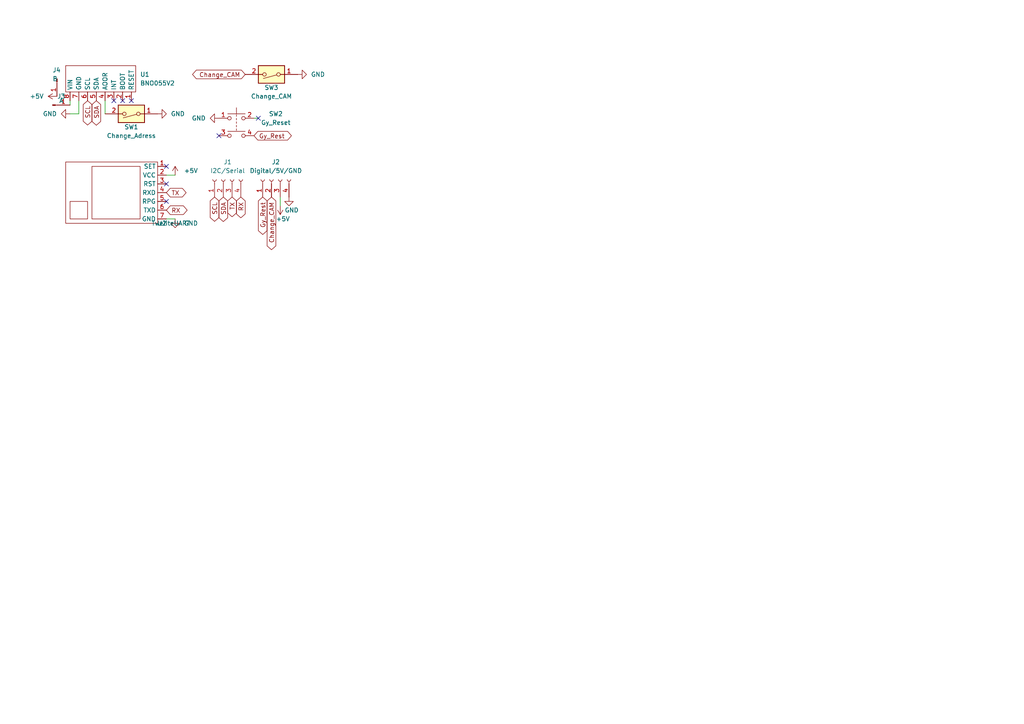
<source format=kicad_sch>
(kicad_sch (version 20211123) (generator eeschema)
  (paper "A4")
  (lib_symbols
    (symbol "BNO055:BNO055V2"
      (property "Reference" "U" (at 0 0 0))
      (property "Value" "BNO055V2" (at 0 0 0))
      (symbol "BNO055V2_0_1"
        (rectangle (start -10.16 -7.62) (end 10.16 -15.24))
      )
      (symbol "BNO055V2_1_1"
        (pin input line (at -8.89 -5.08 270) (length 2.54) (name "RESET") (number "1"))
        (pin input line (at -6.35 -5.08 270) (length 2.54) (name "BOOT") (number "2"))
        (pin input line (at -3.81 -5.08 270) (length 2.54) (name "INT") (number "3"))
        (pin input line (at -1.27 -5.08 270) (length 2.54) (name "AOOR") (number "4"))
        (pin input line (at 1.27 -5.08 270) (length 2.54) (name "SDA") (number "5"))
        (pin input line (at 3.81 -5.08 270) (length 2.54) (name "SCL") (number "6"))
        (pin input line (at 6.35 -5.08 270) (length 2.54) (name "GND") (number "7"))
        (pin input line (at 8.89 -5.08 270) (length 2.54) (name "VIN") (number "8"))
      )
    )
    (symbol "Connector:Conn_01x01_Male" (pin_names (offset 1.016) hide)
      (property "Reference" "J" (at 0 2.54 0))
      (property "Value" "Conn_01x01_Male" (at 0 -2.54 0))
      (symbol "Conn_01x01_Male_1_1"
        (polyline (pts (xy 1.27 0) (xy 0.8636 0)) (stroke (width 0.1524)))
        (rectangle (start 0.8636 0.127) (end 0 -0.127) (stroke (width 0.1524)) (fill (type outline)))
        (pin passive line (at 5.08 0 180) (length 3.81) (name "Pin_1") (number "1"))
      )
    )
    (symbol "Connector:Conn_01x04_Female" (pin_names (offset 1.016) hide)
      (property "Reference" "J" (at 0 5.08 0))
      (property "Value" "Conn_01x04_Female" (at 0 -7.62 0))
      (symbol "Conn_01x04_Female_1_1"
        (arc (start 0 -4.572) (mid -0.508 -5.08) (end 0 -5.588) (stroke (width 0.1524)))
        (arc (start 0 -2.032) (mid -0.508 -2.54) (end 0 -3.048) (stroke (width 0.1524)))
        (polyline (pts (xy -1.27 -5.08) (xy -0.508 -5.08)) (stroke (width 0.1524)))
        (polyline (pts (xy -1.27 -2.54) (xy -0.508 -2.54)) (stroke (width 0.1524)))
        (polyline (pts (xy -1.27 0) (xy -0.508 0)) (stroke (width 0.1524)))
        (polyline (pts (xy -1.27 2.54) (xy -0.508 2.54)) (stroke (width 0.1524)))
        (arc (start 0 0.508) (mid -0.508 0) (end 0 -0.508) (stroke (width 0.1524)))
        (arc (start 0 3.048) (mid -0.508 2.54) (end 0 2.032) (stroke (width 0.1524)))
        (pin passive line (at -5.08 2.54 0) (length 3.81) (name "Pin_1") (number "1"))
        (pin passive line (at -5.08 0 0) (length 3.81) (name "Pin_2") (number "2"))
        (pin passive line (at -5.08 -2.54 0) (length 3.81) (name "Pin_3") (number "3"))
        (pin passive line (at -5.08 -5.08 0) (length 3.81) (name "Pin_4") (number "4"))
      )
    )
    (symbol "Switch:SW_DIP_x01" (pin_names (offset 0) hide)
      (property "Reference" "SW" (at 0 3.81 0))
      (property "Value" "SW_DIP_x01" (at 0 -3.81 0))
      (symbol "SW_DIP_x01_0_0"
        (circle (center -2.032 0) (radius 0.508))
        (polyline (pts (xy -1.524 0.127) (xy 2.3622 1.1684)))
        (circle (center 2.032 0) (radius 0.508))
      )
      (symbol "SW_DIP_x01_0_1"
        (rectangle (start -3.81 2.54) (end 3.81 -2.54) (stroke (width 0.254)) (fill (type background)))
      )
      (symbol "SW_DIP_x01_1_1"
        (pin passive line (at -7.62 0 0) (length 5.08) (name "~") (number "1"))
        (pin passive line (at 7.62 0 180) (length 5.08) (name "~") (number "2"))
      )
    )
    (symbol "Switch:SW_Push_Dual" (pin_names (offset 1.016) hide)
      (property "Reference" "SW" (at 1.27 2.54 0))
      (property "Value" "SW_Push_Dual" (at 0 -6.858 0))
      (symbol "SW_Push_Dual_0_1"
        (circle (center -2.032 -5.08) (radius 0.508))
        (circle (center -2.032 0) (radius 0.508))
        (polyline (pts (xy 0 -3.048) (xy 0 -3.556)))
        (polyline (pts (xy 0 -2.032) (xy 0 -2.54)))
        (polyline (pts (xy 0 -1.524) (xy 0 -1.016)))
        (polyline (pts (xy 0 -0.508) (xy 0 0)))
        (polyline (pts (xy 0 0.508) (xy 0 1.016)))
        (polyline (pts (xy 0 1.27) (xy 0 3.048)))
        (polyline (pts (xy 2.54 -3.81) (xy -2.54 -3.81)))
        (polyline (pts (xy 2.54 1.27) (xy -2.54 1.27)))
        (circle (center 2.032 -5.08) (radius 0.508))
        (circle (center 2.032 0) (radius 0.508))
        (pin passive line (at -5.08 0 0) (length 2.54) (name "1") (number "1"))
        (pin passive line (at 5.08 0 180) (length 2.54) (name "2") (number "2"))
        (pin passive line (at -5.08 -5.08 0) (length 2.54) (name "3") (number "3"))
        (pin passive line (at 5.08 -5.08 180) (length 2.54) (name "4") (number "4"))
      )
    )
    (symbol "Twelite:Twelite"
      (property "Reference" "U2" (at -10.16 -11.43 90))
      (property "Value" "TweliteUART" (at -10.16 -13.97 90))
      (symbol "Twelite_0_1"
        (rectangle (start -10.16 16.51) (end 7.62 -10.16))
        (rectangle (start -8.89 8.89) (end 6.35 -5.08))
        (rectangle (start -8.89 15.24) (end -3.81 10.16))
      )
      (symbol "Twelite_1_1"
        (pin input line (at 6.35 -12.7 90) (length 2.54) (name "SET") (number "1"))
        (pin input line (at 3.81 -12.7 90) (length 2.54) (name "VCC") (number "2"))
        (pin input line (at 1.27 -12.7 90) (length 2.54) (name "RST") (number "3"))
        (pin input line (at -1.27 -12.7 90) (length 2.54) (name "RXD") (number "4"))
        (pin input line (at -3.81 -12.7 90) (length 2.54) (name "RPG") (number "5"))
        (pin input line (at -6.35 -12.7 90) (length 2.54) (name "TXD") (number "6"))
        (pin input line (at -8.89 -12.7 90) (length 2.54) (name "GND") (number "7"))
      )
    )
    (symbol "power:+5V" (power) (pin_names (offset 0))
      (property "Value" "+5V" (at 0 3.556 0))
      (symbol "+5V_0_1"
        (polyline (pts (xy -0.762 1.27) (xy 0 2.54)))
        (polyline (pts (xy 0 0) (xy 0 2.54)))
        (polyline (pts (xy 0 2.54) (xy 0.762 1.27)))
      )
      (symbol "+5V_1_1"
        (pin power_in line (at 0 0 90) (length 0) hide (name "+5V") (number "1"))
      )
    )
    (symbol "power:GND" (power) (pin_names (offset 0))
      (property "Value" "GND" (at 0 -3.81 0))
      (symbol "GND_0_1"
        (polyline (pts (xy 0 0) (xy 0 -1.27) (xy 1.27 -1.27) (xy 0 -2.54) (xy -1.27 -1.27) (xy 0 -1.27)))
      )
      (symbol "GND_1_1"
        (pin power_in line (at 0 0 270) (length 0) hide (name "GND") (number "1"))
      )
    )
  )
  (no_connect (at 33.02 29.21))
  (no_connect (at 63.5 39.37))
  (no_connect (at 48.26 48.26))
  (no_connect (at 35.56 29.21))
  (no_connect (at 48.26 58.42))
  (no_connect (at 38.1 29.21))
  (no_connect (at 74.93 34.29))
  (no_connect (at 48.26 53.34))
  (wire (pts (xy 81.28 59.69) (xy 81.28 57.15)))
  (wire (pts (xy 74.93 34.29) (xy 73.66 34.29)))
  (wire (pts (xy 50.8 50.8) (xy 48.26 50.8)))
  (wire (pts (xy 20.32 33.02) (xy 22.86 33.02)))
  (wire (pts (xy 22.86 33.02) (xy 22.86 29.21)))
  (wire (pts (xy 30.48 29.21) (xy 30.48 33.02)))
  (wire (pts (xy 50.8 63.5) (xy 48.26 63.5)))
  (wire (pts (xy 20.32 30.48) (xy 20.32 29.21)))
  (global_label "SDA" (shape bidirectional) (at 27.94 29.21 270) (property "Intersheet References" "${INTERSHEET_REFS}" (effects hide)))
  (global_label "SCL" (shape bidirectional) (at 62.23 57.15 270) (property "Intersheet References" "${INTERSHEET_REFS}" (effects hide)))
  (global_label "Change_CAM" (shape bidirectional) (at 71.12 21.59 180) (property "Intersheet References" "${INTERSHEET_REFS}" (effects hide)))
  (global_label "Change_CAM" (shape bidirectional) (at 78.74 57.15 270) (property "Intersheet References" "${INTERSHEET_REFS}" (effects hide)))
  (global_label "SCL" (shape bidirectional) (at 25.4 29.21 270) (property "Intersheet References" "${INTERSHEET_REFS}" (effects hide)))
  (global_label "Gy_Rest" (shape bidirectional) (at 73.66 39.37 0) (property "Intersheet References" "${INTERSHEET_REFS}" (effects hide)))
  (global_label "RX" (shape bidirectional) (at 48.26 60.96 0) (property "Intersheet References" "${INTERSHEET_REFS}" (effects hide)))
  (global_label "TX" (shape bidirectional) (at 48.26 55.88 0) (property "Intersheet References" "${INTERSHEET_REFS}" (effects hide)))
  (global_label "TX" (shape bidirectional) (at 67.31 57.15 270) (property "Intersheet References" "${INTERSHEET_REFS}" (effects hide)))
  (global_label "SDA" (shape bidirectional) (at 64.77 57.15 270) (property "Intersheet References" "${INTERSHEET_REFS}" (effects hide)))
  (global_label "RX" (shape bidirectional) (at 69.85 57.15 270) (property "Intersheet References" "${INTERSHEET_REFS}" (effects hide)))
  (global_label "Gy_Rest" (shape bidirectional) (at 76.2 57.15 270) (property "Intersheet References" "${INTERSHEET_REFS}" (effects hide)))
  (symbol (lib_id "Twelite:Twelite") (at 35.56 54.61 90) (unit 1)
    (property "Reference" "U2" (at 46.99 64.77 90))
    (property "Value" "TweliteUART" (at 49.53 64.77 90))
    (property "Footprint" "Connector_PinSocket_2.54mm:PinSocket_1x07_P2.54mm_Horizontal" (effects hide))
  )
  (symbol (lib_id "power:+5V") (at 16.51 27.94 90) (unit 1)
    (property "Reference" "#PWR0105" (effects hide))
    (property "Value" "+5V" (at 12.7 27.9399 90) (effects (justify left)))
  )
  (symbol (lib_id "BNO055:BNO055V2") (at 29.21 34.29 180) (unit 1)
    (property "Reference" "U1" (at 40.64 21.5899 0) (effects (justify right)))
    (property "Value" "BNO055V2" (at 40.64 24.1299 0) (effects (justify right)))
    (property "Footprint" "BNO055:BNO055V2" (effects hide))
  )
  (symbol (lib_id "Switch:SW_DIP_x01") (at 38.1 33.02 180) (unit 1)
    (property "Reference" "SW1" (at 38.1 36.83 0))
    (property "Value" "Change_Adress" (at 38.1 39.37 0))
    (property "Footprint" "Connector_PinSocket_2.54mm:PinSocket_1x03_P2.54mm_Vertical" (effects hide))
  )
  (symbol (lib_id "Connector:Conn_01x01_Male") (at 16.51 22.86 270) (unit 1)
    (property "Reference" "J4" (at 15.24 20.32 90) (effects (justify left)))
    (property "Value" "B" (at 15.24 22.86 90) (effects (justify left)))
    (property "Footprint" "Connector_PinSocket_2.54mm:PinSocket_1x01_P2.54mm_Vertical" (effects hide))
  )
  (symbol (lib_id "Connector:Conn_01x04_Female") (at 64.77 52.07 90) (unit 1)
    (property "Reference" "J1" (at 66.04 46.99 90))
    (property "Value" "I2C/Serial" (at 66.04 49.53 90))
    (property "Footprint" "Connector_PinSocket_2.54mm:PinSocket_1x04_P2.54mm_Vertical" (effects hide))
  )
  (symbol (lib_id "Connector:Conn_01x01_Male") (at 15.24 30.48 0) (unit 1)
    (property "Reference" "J3" (at 17.78 27.94 0))
    (property "Value" "A" (at 17.78 29.21 0))
    (property "Footprint" "Connector_PinSocket_2.54mm:PinSocket_1x01_P2.54mm_Vertical" (effects hide))
  )
  (symbol (lib_id "Connector:Conn_01x04_Female") (at 78.74 52.07 90) (unit 1)
    (property "Reference" "J2" (at 80.01 46.99 90))
    (property "Value" "Digital/5V/GND" (at 80.01 49.53 90))
    (property "Footprint" "Connector_PinSocket_2.54mm:PinSocket_1x04_P2.54mm_Vertical" (effects hide))
  )
  (symbol (lib_id "power:+5V") (at 50.8 50.8 0) (unit 1)
    (property "Reference" "#PWR0102" (effects hide))
    (property "Value" "+5V" (at 53.34 49.5299 0) (effects (justify left)))
  )
  (symbol (lib_id "Switch:SW_Push_Dual") (at 68.58 34.29 0) (unit 1)
    (property "Reference" "SW2" (at 80.01 33.02 0))
    (property "Value" "Gy_Reset" (at 80.01 35.56 0))
    (property "Footprint" "TACTSW:TACTSW" (effects hide))
  )
  (symbol (lib_id "power:GND") (at 86.36 21.59 90) (unit 1)
    (property "Reference" "#PWR0106" (effects hide))
    (property "Value" "GND" (at 90.17 21.5899 90) (effects (justify right)))
  )
  (symbol (lib_id "Switch:SW_DIP_x01") (at 78.74 21.59 180) (unit 1)
    (property "Reference" "SW3" (at 78.74 25.4 0))
    (property "Value" "Change_CAM" (at 78.74 27.94 0))
    (property "Footprint" "Connector_PinSocket_2.54mm:PinSocket_1x03_P2.54mm_Vertical" (effects hide))
  )
  (symbol (lib_id "power:+5V") (at 81.28 59.69 180) (unit 1)
    (property "Reference" "#PWR0108" (effects hide))
    (property "Value" "+5V" (at 80.01 63.5 0) (effects (justify right)))
  )
  (symbol (lib_id "power:GND") (at 45.72 33.02 90) (unit 1)
    (property "Reference" "#PWR0101" (effects hide))
    (property "Value" "GND" (at 49.53 33.0199 90) (effects (justify right)))
  )
  (symbol (lib_id "power:GND") (at 20.32 33.02 270) (unit 1)
    (property "Reference" "#PWR0104" (effects hide))
    (property "Value" "GND" (at 16.51 33.0199 90) (effects (justify right)))
  )
  (symbol (lib_id "power:GND") (at 83.82 57.15 0) (unit 1)
    (property "Reference" "#PWR0109" (effects hide))
    (property "Value" "GND" (at 82.55 60.96 0) (effects (justify left)))
  )
  (symbol (lib_id "power:GND") (at 63.5 34.29 270) (unit 1)
    (property "Reference" "#PWR0107" (effects hide))
    (property "Value" "GND" (at 59.69 34.2899 90) (effects (justify right)))
  )
  (symbol (lib_id "power:GND") (at 50.8 63.5 0) (unit 1)
    (property "Reference" "#PWR0103" (effects hide))
    (property "Value" "GND" (at 53.34 64.7699 0) (effects (justify left)))
  )
)
</source>
